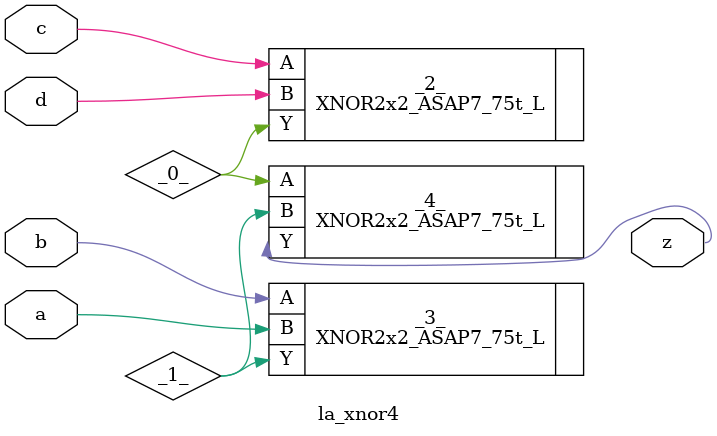
<source format=v>
/* Generated by Yosys 0.37 (git sha1 a5c7f69ed, clang 14.0.0-1ubuntu1.1 -fPIC -Os) */

module la_xnor4(a, b, c, d, z);
  wire _0_;
  wire _1_;
  input a;
  wire a;
  input b;
  wire b;
  input c;
  wire c;
  input d;
  wire d;
  output z;
  wire z;
  XNOR2x2_ASAP7_75t_L _2_ (
    .A(c),
    .B(d),
    .Y(_0_)
  );
  XNOR2x2_ASAP7_75t_L _3_ (
    .A(b),
    .B(a),
    .Y(_1_)
  );
  XNOR2x2_ASAP7_75t_L _4_ (
    .A(_0_),
    .B(_1_),
    .Y(z)
  );
endmodule

</source>
